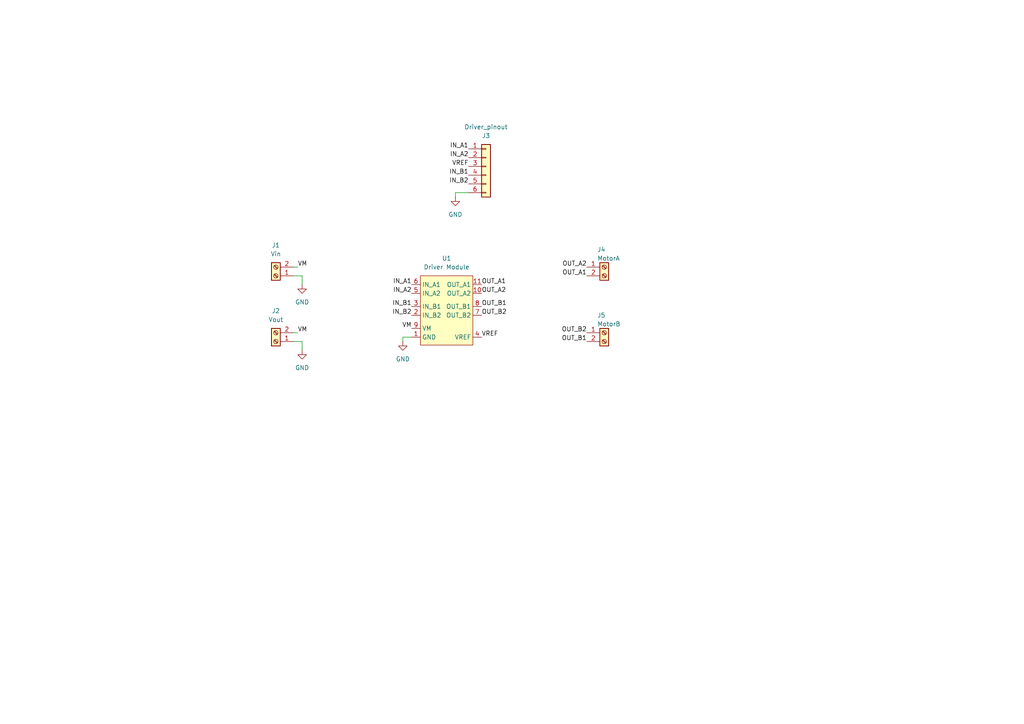
<source format=kicad_sch>
(kicad_sch (version 20231120) (generator "eeschema") (generator_version "8.0")
  (paper "A4")
  (lib_symbols
    (symbol "Connector:Screw_Terminal_01x02" (pin_names (offset 1.016) hide)
      (property "Reference" "J" (at 0 2.54 0))
      (property "Value" "Screw_Terminal_01x02" (at 0 -5.08 0))
      (symbol "Screw_Terminal_01x02_1_1"
        (rectangle (start -1.27 1.27) (end 1.27 -3.81) (stroke (width 0.254)) (fill (type background)))
        (circle (center 0 -2.54) (radius 0.635) (stroke (width 0.1524)))
        (polyline (pts (xy -0.5334 -2.2098) (xy 0.3302 -3.048)) (stroke (width 0.1524)))
        (polyline (pts (xy -0.5334 0.3302) (xy 0.3302 -0.508)) (stroke (width 0.1524)))
        (polyline (pts (xy -0.3556 -2.032) (xy 0.508 -2.8702)) (stroke (width 0.1524)))
        (polyline (pts (xy -0.3556 0.508) (xy 0.508 -0.3302)) (stroke (width 0.1524)))
        (circle (center 0 0) (radius 0.635) (stroke (width 0.1524)))
        (pin passive line (at -5.08 0 0) (length 3.81) (name "Pin_1") (number "1"))
        (pin passive line (at -5.08 -2.54 0) (length 3.81) (name "Pin_2") (number "2"))
      )
    )
    (symbol "Connector_Generic:Conn_01x06" (pin_names (offset 1.016) hide)
      (property "Reference" "J" (at 0 7.62 0))
      (property "Value" "Conn_01x06" (at 0 -10.16 0))
      (symbol "Conn_01x06_1_1"
        (rectangle (start -1.27 -7.493) (end 0 -7.747) (stroke (width 0.1524)))
        (rectangle (start -1.27 -4.953) (end 0 -5.207) (stroke (width 0.1524)))
        (rectangle (start -1.27 -2.413) (end 0 -2.667) (stroke (width 0.1524)))
        (rectangle (start -1.27 0.127) (end 0 -0.127) (stroke (width 0.1524)))
        (rectangle (start -1.27 2.667) (end 0 2.413) (stroke (width 0.1524)))
        (rectangle (start -1.27 5.207) (end 0 4.953) (stroke (width 0.1524)))
        (rectangle (start -1.27 6.35) (end 1.27 -8.89) (stroke (width 0.254)) (fill (type background)))
        (pin passive line (at -5.08 5.08 0) (length 3.81) (name "Pin_1") (number "1"))
        (pin passive line (at -5.08 2.54 0) (length 3.81) (name "Pin_2") (number "2"))
        (pin passive line (at -5.08 0 0) (length 3.81) (name "Pin_3") (number "3"))
        (pin passive line (at -5.08 -2.54 0) (length 3.81) (name "Pin_4") (number "4"))
        (pin passive line (at -5.08 -5.08 0) (length 3.81) (name "Pin_5") (number "5"))
        (pin passive line (at -5.08 -7.62 0) (length 3.81) (name "Pin_6") (number "6"))
      )
    )
    (symbol "MixLib:Dual-Driver-Module"
      (property "Reference" "U" (at -0.254 9.906 0))
      (property "Value" "Driver Module" (at -0.254 10.414 0))
      (symbol "Dual-Driver-Module_1_1"
        (rectangle (start -7.62 8.89) (end 7.62 -11.176) (fill (type background)))
        (pin power_out line (at -10.16 -8.89 0) (length 2.54) (name "GND") (number "1"))
        (pin power_out line (at 10.16 3.81 180) (length 2.54) (name "OUT_A2") (number "10"))
        (pin power_out line (at 10.16 6.35 180) (length 2.54) (name "OUT_A1") (number "11"))
        (pin input line (at -10.16 -2.54 0) (length 2.54) (name "IN_B2") (number "2"))
        (pin input line (at -10.16 0 0) (length 2.54) (name "IN_B1") (number "3"))
        (pin input line (at 10.16 -8.89 180) (length 2.54) (name "VREF") (number "4"))
        (pin input line (at -10.16 3.81 0) (length 2.54) (name "IN_A2") (number "5"))
        (pin input line (at -10.16 6.35 0) (length 2.54) (name "IN_A1") (number "6"))
        (pin power_out line (at 10.16 -2.54 180) (length 2.54) (name "OUT_B2") (number "7"))
        (pin power_out line (at 10.16 0 180) (length 2.54) (name "OUT_B1") (number "8"))
        (pin power_in line (at -10.16 -6.35 0) (length 2.54) (name "VM") (number "9"))
      )
    )
    (symbol "power:GND" (power) (pin_numbers hide) (pin_names (offset 0) hide)
      (property "Value" "GND" (at 0 -3.81 0))
      (symbol "GND_0_1"
        (polyline (pts (xy 0 0) (xy 0 -1.27) (xy 1.27 -1.27) (xy 0 -2.54) (xy -1.27 -1.27) (xy 0 -1.27)))
      )
      (symbol "GND_1_1"
        (pin power_in line (at 0 0 270) (length 0) (name "~") (number "1"))
      )
    )
  )
  (wire (pts (xy 87.63 99.06) (xy 85.09 99.06)))
  (wire (pts (xy 132.08 55.88) (xy 135.89 55.88)))
  (wire (pts (xy 87.63 82.55) (xy 87.63 80.01)))
  (wire (pts (xy 86.36 96.52) (xy 85.09 96.52)))
  (wire (pts (xy 116.84 99.06) (xy 116.84 97.79)))
  (wire (pts (xy 86.36 77.47) (xy 85.09 77.47)))
  (wire (pts (xy 116.84 97.79) (xy 119.38 97.79)))
  (wire (pts (xy 87.63 80.01) (xy 85.09 80.01)))
  (wire (pts (xy 132.08 55.88) (xy 132.08 57.15)))
  (wire (pts (xy 87.63 101.6) (xy 87.63 99.06)))
  (label "VM" (at 86.36 96.52 0))
  (label "OUT_A2" (at 139.7 85.09 0))
  (label "OUT_A1" (at 170.18 80.01 180))
  (label "VM" (at 119.38 95.25 180))
  (label "IN_B1" (at 135.89 50.8 180))
  (label "IN_B1" (at 119.38 88.9 180))
  (label "IN_A1" (at 119.38 82.55 180))
  (label "OUT_B2" (at 170.18 96.52 180))
  (label "IN_B2" (at 119.38 91.44 180))
  (label "OUT_B2" (at 139.7 91.44 0))
  (label "IN_B2" (at 135.89 53.34 180))
  (label "OUT_A2" (at 170.18 77.47 180))
  (label "IN_A1" (at 135.89 43.18 180))
  (label "OUT_B1" (at 139.7 88.9 0))
  (label "IN_A2" (at 135.89 45.72 180))
  (label "VREF" (at 135.89 48.26 180))
  (label "OUT_B1" (at 170.18 99.06 180))
  (label "VREF" (at 139.7 97.79 0))
  (label "OUT_A1" (at 139.7 82.55 0))
  (label "IN_A2" (at 119.38 85.09 180))
  (label "VM" (at 86.36 77.47 0))
  (symbol (lib_id "power:GND") (at 87.63 82.55 0) (unit 1)
    (property "Reference" "#PWR03" (effects (hide yes)))
    (property "Value" "GND" (at 87.63 87.63 0))
    (property "Description" "Power symbol creates a global label with name \"GND\" , ground" (effects (hide yes)))
  )
  (symbol (lib_id "Connector:Screw_Terminal_01x02") (at 175.26 96.52 0) (unit 1)
    (property "Reference" "J5" (at 173.228 91.44 0) (effects (justify left)))
    (property "Value" "MotorB" (at 173.228 93.98 0) (effects (justify left)))
    (property "Footprint" "EESTN5:BORNERA2_AZUL" (effects (hide yes)))
    (property "Description" "Generic screw terminal, single row, 01x02, script generated (kicad-library-utils/schlib/autogen/connector/)" (effects (hide yes)))
  )
  (symbol (lib_id "Connector:Screw_Terminal_01x02") (at 80.01 80.01 180) (unit 1)
    (property "Reference" "J1" (at 80.01 71.12 0))
    (property "Value" "Vin" (at 80.01 73.66 0))
    (property "Footprint" "EESTN5:BORNERA2_AZUL" (effects (hide yes)))
    (property "Description" "Generic screw terminal, single row, 01x02, script generated (kicad-library-utils/schlib/autogen/connector/)" (effects (hide yes)))
  )
  (symbol (lib_id "power:GND") (at 87.63 101.6 0) (unit 1)
    (property "Reference" "#PWR02" (effects (hide yes)))
    (property "Value" "GND" (at 87.63 106.68 0))
    (property "Description" "Power symbol creates a global label with name \"GND\" , ground" (effects (hide yes)))
  )
  (symbol (lib_id "Connector:Screw_Terminal_01x02") (at 175.26 77.47 0) (unit 1)
    (property "Reference" "J4" (at 173.228 72.39 0) (effects (justify left)))
    (property "Value" "MotorA" (at 173.228 74.93 0) (effects (justify left)))
    (property "Footprint" "EESTN5:BORNERA2_AZUL" (effects (hide yes)))
    (property "Description" "Generic screw terminal, single row, 01x02, script generated (kicad-library-utils/schlib/autogen/connector/)" (effects (hide yes)))
  )
  (symbol (lib_id "power:GND") (at 132.08 57.15 0) (unit 1)
    (property "Reference" "#PWR04" (effects (hide yes)))
    (property "Value" "GND" (at 132.08 62.23 0))
    (property "Description" "Power symbol creates a global label with name \"GND\" , ground" (effects (hide yes)))
  )
  (symbol (lib_id "Connector_Generic:Conn_01x06") (at 140.97 48.26 0) (unit 1)
    (property "Reference" "J3" (at 140.97 39.37 0))
    (property "Value" "Driver_pinout" (at 140.97 36.83 0))
    (property "Footprint" "Connector_Molex:Molex_KK-254_AE-6410-06A_1x06_P2.54mm_Vertical" (effects (hide yes)))
    (property "Description" "Generic connector, single row, 01x06, script generated (kicad-library-utils/schlib/autogen/connector/)" (effects (hide yes)))
  )
  (symbol (lib_id "Connector:Screw_Terminal_01x02") (at 80.01 99.06 180) (unit 1)
    (property "Reference" "J2" (at 80.01 90.17 0))
    (property "Value" "Vout" (at 80.01 92.71 0))
    (property "Footprint" "EESTN5:BORNERA2_AZUL" (effects (hide yes)))
    (property "Description" "Generic screw terminal, single row, 01x02, script generated (kicad-library-utils/schlib/autogen/connector/)" (effects (hide yes)))
  )
  (symbol (lib_id "MixLib:Dual-Driver-Module") (at 129.54 88.9 0) (unit 1)
    (property "Reference" "U1" (at 129.54 74.93 0))
    (property "Value" "Driver Module" (at 129.54 77.47 0))
    (property "Footprint" "MixLib:Dual-Driver-Module" (effects (hide yes)))
  )
  (symbol (lib_id "power:GND") (at 116.84 99.06 0) (unit 1)
    (property "Reference" "#PWR01" (effects (hide yes)))
    (property "Value" "GND" (at 116.84 104.14 0))
    (property "Description" "Power symbol creates a global label with name \"GND\" , ground" (effects (hide yes)))
  )
)
</source>
